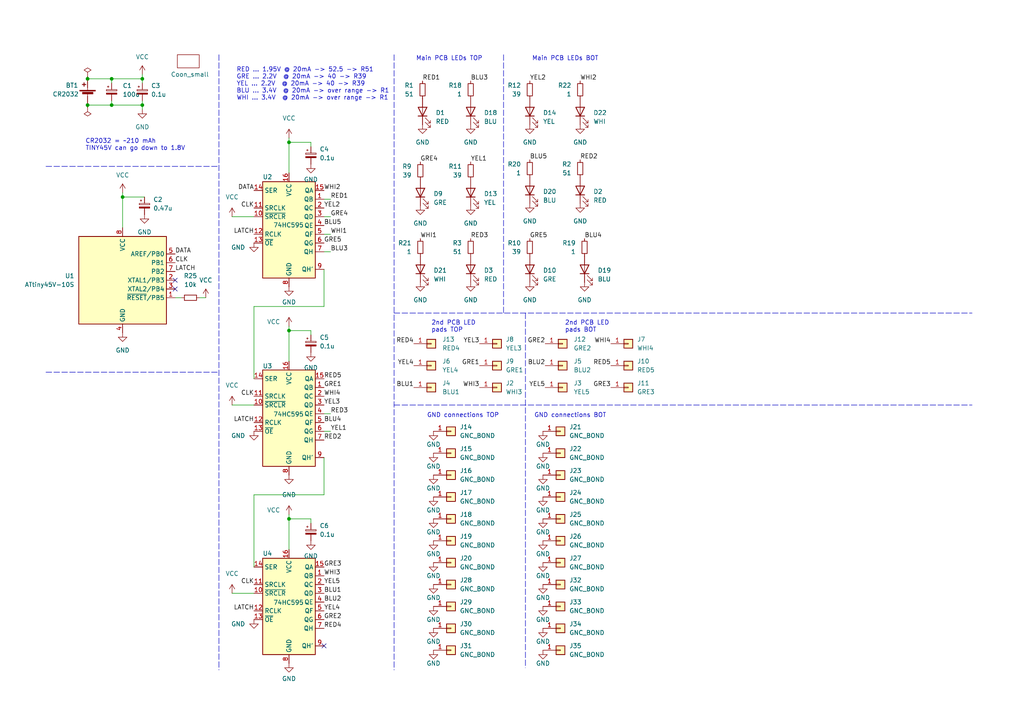
<source format=kicad_sch>
(kicad_sch (version 20211123) (generator eeschema)
  (paper "A4")
  (lib_symbols
    (symbol "74xx:74HC595"
      (property "Reference" "U" (at -7.62 13.97 0))
      (property "Value" "74HC595" (at -7.62 -16.51 0))
      (symbol "74HC595_1_0"
        (pin tri_state line (at 10.16 7.62 180) (length 2.54) (name "QB") (number "1"))
        (pin input line (at -10.16 2.54 0) (length 2.54) (name "~{SRCLR}") (number "10"))
        (pin input line (at -10.16 5.08 0) (length 2.54) (name "SRCLK") (number "11"))
        (pin input line (at -10.16 -2.54 0) (length 2.54) (name "RCLK") (number "12"))
        (pin input line (at -10.16 -5.08 0) (length 2.54) (name "~{OE}") (number "13"))
        (pin input line (at -10.16 10.16 0) (length 2.54) (name "SER") (number "14"))
        (pin tri_state line (at 10.16 10.16 180) (length 2.54) (name "QA") (number "15"))
        (pin power_in line (at 0 15.24 270) (length 2.54) (name "VCC") (number "16"))
        (pin tri_state line (at 10.16 5.08 180) (length 2.54) (name "QC") (number "2"))
        (pin tri_state line (at 10.16 2.54 180) (length 2.54) (name "QD") (number "3"))
        (pin tri_state line (at 10.16 0 180) (length 2.54) (name "QE") (number "4"))
        (pin tri_state line (at 10.16 -2.54 180) (length 2.54) (name "QF") (number "5"))
        (pin tri_state line (at 10.16 -5.08 180) (length 2.54) (name "QG") (number "6"))
        (pin tri_state line (at 10.16 -7.62 180) (length 2.54) (name "QH") (number "7"))
        (pin power_in line (at 0 -17.78 90) (length 2.54) (name "GND") (number "8"))
        (pin output line (at 10.16 -12.7 180) (length 2.54) (name "QH'") (number "9"))
      )
      (symbol "74HC595_1_1"
        (rectangle (start -7.62 12.7) (end 7.62 -15.24) (stroke (width 0.254)) (fill (type background)))
      )
    )
    (symbol "Connector_Generic:Conn_01x01" (pin_names (offset 1.016) hide)
      (property "Reference" "J" (at 0 2.54 0))
      (property "Value" "Conn_01x01" (at 0 -2.54 0))
      (symbol "Conn_01x01_1_1"
        (rectangle (start -1.27 0.127) (end 0 -0.127) (stroke (width 0.1524)))
        (rectangle (start -1.27 1.27) (end 1.27 -1.27) (stroke (width 0.254)) (fill (type background)))
        (pin passive line (at -5.08 0 0) (length 3.81) (name "Pin_1") (number "1"))
      )
    )
    (symbol "Device:Battery_Cell" (pin_numbers hide) (pin_names (offset 0) hide)
      (property "Reference" "BT" (at 2.54 2.54 0))
      (property "Value" "Battery_Cell" (at 2.54 0 0))
      (symbol "Battery_Cell_0_1"
        (rectangle (start -2.286 1.778) (end 2.286 1.524) (fill (type outline)))
        (rectangle (start -1.5748 1.1938) (end 1.4732 0.6858) (fill (type outline)))
        (polyline (pts (xy 0 0.762) (xy 0 0)))
        (polyline (pts (xy 0 1.778) (xy 0 2.54)))
        (polyline (pts (xy 0.508 3.429) (xy 1.524 3.429)) (stroke (width 0.254)))
        (polyline (pts (xy 1.016 3.937) (xy 1.016 2.921)) (stroke (width 0.254)))
      )
      (symbol "Battery_Cell_1_1"
        (pin passive line (at 0 5.08 270) (length 2.54) (name "+") (number "1"))
        (pin passive line (at 0 -2.54 90) (length 2.54) (name "-") (number "2"))
      )
    )
    (symbol "Device:C_Polarized_Small" (pin_numbers hide) (pin_names (offset 0.254) hide)
      (property "Reference" "C" (at 0.254 1.778 0))
      (property "Value" "C_Polarized_Small" (at 0.254 -2.032 0))
      (symbol "C_Polarized_Small_0_1"
        (rectangle (start -1.524 -0.3048) (end 1.524 -0.6858) (fill (type outline)))
        (rectangle (start -1.524 0.6858) (end 1.524 0.3048))
        (polyline (pts (xy -1.27 1.524) (xy -0.762 1.524)))
        (polyline (pts (xy -1.016 1.27) (xy -1.016 1.778)))
      )
      (symbol "C_Polarized_Small_1_1"
        (pin passive line (at 0 2.54 270) (length 1.8542) (name "~") (number "1"))
        (pin passive line (at 0 -2.54 90) (length 1.8542) (name "~") (number "2"))
      )
    )
    (symbol "Device:LED" (pin_numbers hide) (pin_names (offset 1.016) hide)
      (property "Reference" "D" (at 0 2.54 0))
      (property "Value" "LED" (at 0 -2.54 0))
      (symbol "LED_0_1"
        (polyline (pts (xy -1.27 -1.27) (xy -1.27 1.27)) (stroke (width 0.254)))
        (polyline (pts (xy -1.27 0) (xy 1.27 0)))
        (polyline (pts (xy 1.27 -1.27) (xy 1.27 1.27) (xy -1.27 0) (xy 1.27 -1.27)) (stroke (width 0.254)))
        (polyline (pts (xy -3.048 -0.762) (xy -4.572 -2.286) (xy -3.81 -2.286) (xy -4.572 -2.286) (xy -4.572 -1.524)))
        (polyline (pts (xy -1.778 -0.762) (xy -3.302 -2.286) (xy -2.54 -2.286) (xy -3.302 -2.286) (xy -3.302 -1.524)))
      )
      (symbol "LED_1_1"
        (pin passive line (at -3.81 0 0) (length 2.54) (name "K") (number "1"))
        (pin passive line (at 3.81 0 180) (length 2.54) (name "A") (number "2"))
      )
    )
    (symbol "Device:R_Small" (pin_numbers hide) (pin_names (offset 0.254) hide)
      (property "Reference" "R" (at 0.762 0.508 0))
      (property "Value" "R_Small" (at 0.762 -1.016 0))
      (symbol "R_Small_0_1"
        (rectangle (start -0.762 1.778) (end 0.762 -1.778) (stroke (width 0.2032)))
      )
      (symbol "R_Small_1_1"
        (pin passive line (at 0 2.54 270) (length 0.762) (name "~") (number "1"))
        (pin passive line (at 0 -2.54 90) (length 0.762) (name "~") (number "2"))
      )
    )
    (symbol "MCU_Microchip_ATtiny:ATtiny45V-10S"
      (property "Reference" "U" (at -12.7 13.97 0))
      (property "Value" "ATtiny45V-10S" (at 2.54 -13.97 0))
      (symbol "ATtiny45V-10S_0_1"
        (rectangle (start -12.7 -12.7) (end 12.7 12.7) (stroke (width 0.254)) (fill (type background)))
      )
      (symbol "ATtiny45V-10S_1_1"
        (pin bidirectional line (at 15.24 -5.08 180) (length 2.54) (name "~{RESET}/PB5") (number "1"))
        (pin bidirectional line (at 15.24 0 180) (length 2.54) (name "XTAL1/PB3") (number "2"))
        (pin bidirectional line (at 15.24 -2.54 180) (length 2.54) (name "XTAL2/PB4") (number "3"))
        (pin power_in line (at 0 -15.24 90) (length 2.54) (name "GND") (number "4"))
        (pin bidirectional line (at 15.24 7.62 180) (length 2.54) (name "AREF/PB0") (number "5"))
        (pin bidirectional line (at 15.24 5.08 180) (length 2.54) (name "PB1") (number "6"))
        (pin bidirectional line (at 15.24 2.54 180) (length 2.54) (name "PB2") (number "7"))
        (pin power_in line (at 0 15.24 270) (length 2.54) (name "VCC") (number "8"))
      )
    )
    (symbol "custom:Coon_small" (in_bom no)
      (property "Value" "Coon_small" (at 4.445 -2.54 0))
      (symbol "Coon_small_0_1"
        (rectangle (start 1.27 2.54) (end 7.62 -1.27) (stroke (width 0.1524)))
      )
    )
    (symbol "power:GND" (power) (pin_names (offset 0))
      (property "Value" "GND" (at 0 -3.81 0))
      (symbol "GND_0_1"
        (polyline (pts (xy 0 0) (xy 0 -1.27) (xy 1.27 -1.27) (xy 0 -2.54) (xy -1.27 -1.27) (xy 0 -1.27)))
      )
      (symbol "GND_1_1"
        (pin power_in line (at 0 0 270) (length 0) hide (name "GND") (number "1"))
      )
    )
    (symbol "power:PWR_FLAG" (power) (pin_numbers hide) (pin_names (offset 0) hide)
      (property "Value" "PWR_FLAG" (at 0 3.81 0))
      (symbol "PWR_FLAG_0_0"
        (pin power_out line (at 0 0 90) (length 0) (name "pwr") (number "1"))
      )
      (symbol "PWR_FLAG_0_1"
        (polyline (pts (xy 0 0) (xy 0 1.27) (xy -1.016 1.905) (xy 0 2.54) (xy 1.016 1.905) (xy 0 1.27)))
      )
    )
    (symbol "power:VCC" (power) (pin_names (offset 0))
      (property "Value" "VCC" (at 0 3.81 0))
      (symbol "VCC_0_1"
        (polyline (pts (xy -0.762 1.27) (xy 0 2.54)))
        (polyline (pts (xy 0 0) (xy 0 2.54)))
        (polyline (pts (xy 0 2.54) (xy 0.762 1.27)))
      )
      (symbol "VCC_1_1"
        (pin power_in line (at 0 0 90) (length 0) hide (name "VCC") (number "1"))
      )
    )
  )
  (junction (at 32.385 22.86))
  (junction (at 83.82 95.885))
  (junction (at 25.4 30.48))
  (junction (at 83.82 150.495))
  (junction (at 25.4 22.86))
  (junction (at 32.385 30.48))
  (junction (at 35.56 57.15))
  (junction (at 83.82 41.275))
  (junction (at 41.275 22.86))
  (junction (at 41.275 30.48))
  (no_connect (at 50.8 81.28))
  (no_connect (at 50.8 83.82))
  (no_connect (at 93.98 187.325))
  (wire (pts (xy 90.17 150.495) (xy 90.17 151.765)))
  (wire (pts (xy 90.17 95.885) (xy 90.17 97.155)))
  (wire (pts (xy 50.8 86.36) (xy 52.705 86.36)))
  (wire (pts (xy 83.82 94.615) (xy 83.82 95.885)))
  (wire (pts (xy 93.98 143.51) (xy 73.66 143.51)))
  (wire (pts (xy 93.98 78.105) (xy 93.98 88.9)))
  (wire (pts (xy 90.17 41.275) (xy 90.17 42.545)))
  (polyline (pts (xy 114.3 15.875) (xy 114.3 194.31)))
  (wire (pts (xy 95.885 120.015) (xy 93.98 120.015)))
  (wire (pts (xy 95.885 57.785) (xy 93.98 57.785)))
  (wire (pts (xy 83.82 95.885) (xy 90.17 95.885)))
  (wire (pts (xy 41.275 30.48) (xy 41.275 31.75)))
  (wire (pts (xy 35.56 57.15) (xy 41.91 57.15)))
  (wire (pts (xy 32.385 22.86) (xy 41.275 22.86)))
  (wire (pts (xy 57.785 86.36) (xy 59.69 86.36)))
  (wire (pts (xy 95.885 62.865) (xy 93.98 62.865)))
  (polyline (pts (xy 13.335 107.95) (xy 63.5 107.95)))
  (polyline (pts (xy 114.3 90.805) (xy 281.94 90.805)))
  (wire (pts (xy 25.4 31.115) (xy 25.4 30.48)))
  (wire (pts (xy 67.31 117.475) (xy 73.66 117.475)))
  (wire (pts (xy 35.56 66.04) (xy 35.56 57.15)))
  (wire (pts (xy 35.56 55.88) (xy 35.56 57.15)))
  (wire (pts (xy 93.98 88.9) (xy 73.66 88.9)))
  (wire (pts (xy 32.385 22.86) (xy 25.4 22.86)))
  (wire (pts (xy 41.275 22.86) (xy 41.275 24.13)))
  (wire (pts (xy 95.885 125.095) (xy 93.98 125.095)))
  (wire (pts (xy 41.275 21.59) (xy 41.275 22.86)))
  (wire (pts (xy 95.885 67.945) (xy 93.98 67.945)))
  (polyline (pts (xy 63.5 15.875) (xy 63.5 194.31)))
  (wire (pts (xy 83.82 41.275) (xy 90.17 41.275)))
  (wire (pts (xy 41.275 29.21) (xy 41.275 30.48)))
  (wire (pts (xy 83.82 104.775) (xy 83.82 95.885)))
  (wire (pts (xy 83.82 40.005) (xy 83.82 41.275)))
  (polyline (pts (xy 13.335 48.26) (xy 63.5 48.26)))
  (wire (pts (xy 32.385 29.21) (xy 32.385 30.48)))
  (wire (pts (xy 95.885 73.025) (xy 93.98 73.025)))
  (wire (pts (xy 32.385 30.48) (xy 41.275 30.48)))
  (wire (pts (xy 32.385 24.13) (xy 32.385 22.86)))
  (wire (pts (xy 83.82 149.225) (xy 83.82 150.495)))
  (wire (pts (xy 83.82 150.495) (xy 90.17 150.495)))
  (polyline (pts (xy 114.3 117.475) (xy 281.94 117.475)))
  (wire (pts (xy 83.82 159.385) (xy 83.82 150.495)))
  (wire (pts (xy 83.82 50.165) (xy 83.82 41.275)))
  (wire (pts (xy 93.98 132.715) (xy 93.98 143.51)))
  (wire (pts (xy 73.66 88.9) (xy 73.66 109.855)))
  (wire (pts (xy 73.66 143.51) (xy 73.66 164.465)))
  (wire (pts (xy 67.31 172.085) (xy 73.66 172.085)))
  (polyline (pts (xy 146.05 15.875) (xy 146.05 90.805)))
  (wire (pts (xy 25.4 22.225) (xy 25.4 22.86)))
  (polyline (pts (xy 152.4 90.805) (xy 152.4 193.675)))
  (wire (pts (xy 25.4 30.48) (xy 32.385 30.48)))
  (wire (pts (xy 67.31 62.865) (xy 73.66 62.865)))
  (text "Main PCB LEDs TOP" (at 120.65 17.78 0) (effects (font (size 1.27 1.27)) (justify left bottom)))
  (text "GND connections BOT" (at 154.94 121.285 0) (effects (font (size 1.27 1.27)) (justify left bottom)))
  (text "2nd PCB LED\npads BOT" (at 163.83 96.52 0) (effects (font (size 1.27 1.27)) (justify left bottom)))
  (text "GND connections TOP" (at 123.825 121.285 0) (effects (font (size 1.27 1.27)) (justify left bottom)))
  (text "RED ... 1.95V @ 20mA -> 52.5 -> R51\nGRE ... 2.2V  @ 20mA -> 40 -> R39\nYEL ... 2.2V  @ 20mA -> 40 -> R39\nBLU ... 3.4V  @ 20mA -> over range -> R1\nWHI ... 3.4V  @ 20mA -> over range -> R1" (at 68.58 29.21 0) (effects (font (size 1.27 1.27)) (justify left bottom)))
  (text "Main PCB LEDs BOT" (at 154.305 17.78 0) (effects (font (size 1.27 1.27)) (justify left bottom)))
  (text "2nd PCB LED\npads TOP" (at 125.095 96.52 0) (effects (font (size 1.27 1.27)) (justify left bottom)))
  (text "CR2032 = ~210 mAh\nTINY45V can go down to 1.8V" (at 24.765 43.815 0) (effects (font (size 1.27 1.27)) (justify left bottom)))
  (label "WHI2" (at 93.98 55.245 0))
  (label "YEL2" (at 153.67 23.495 0))
  (label "WHI3" (at 139.065 112.395 180))
  (label "CLK" (at 73.66 60.325 180))
  (label "GRE2" (at 158.115 99.695 180))
  (label "LATCH" (at 73.66 67.945 180))
  (label "GRE4" (at 121.92 46.99 0))
  (label "RED1" (at 95.885 57.785 0))
  (label "RED5" (at 93.98 109.855 0))
  (label "RED3" (at 136.525 69.215 0))
  (label "DATA" (at 50.8 73.66 0))
  (label "RED2" (at 168.275 46.355 0))
  (label "LATCH" (at 73.66 122.555 180))
  (label "WHI4" (at 177.165 99.695 180))
  (label "GRE5" (at 153.67 69.215 0))
  (label "RED2" (at 93.98 127.635 0))
  (label "GRE4" (at 95.885 62.865 0))
  (label "CLK" (at 50.8 76.2 0))
  (label "WHI2" (at 168.275 23.495 0))
  (label "RED4" (at 120.015 99.695 180))
  (label "YEL5" (at 93.98 169.545 0))
  (label "BLU4" (at 93.98 122.555 0))
  (label "BLU2" (at 93.98 174.625 0))
  (label "RED5" (at 177.165 106.045 180))
  (label "BLU2" (at 158.115 106.045 180))
  (label "YEL3" (at 93.98 117.475 0))
  (label "YEL4" (at 93.98 177.165 0))
  (label "WHI3" (at 93.98 167.005 0))
  (label "BLU5" (at 93.98 65.405 0))
  (label "YEL1" (at 95.885 125.095 0))
  (label "BLU3" (at 136.525 23.495 0))
  (label "YEL3" (at 139.065 99.695 180))
  (label "RED1" (at 122.555 23.495 0))
  (label "GRE5" (at 93.98 70.485 0))
  (label "CLK" (at 73.66 114.935 180))
  (label "WHI1" (at 121.92 69.215 0))
  (label "BLU3" (at 95.885 73.025 0))
  (label "GRE3" (at 177.165 112.395 180))
  (label "BLU1" (at 120.015 112.395 180))
  (label "GRE2" (at 93.98 179.705 0))
  (label "GRE3" (at 93.98 164.465 0))
  (label "YEL1" (at 136.525 46.99 0))
  (label "WHI1" (at 95.885 67.945 0))
  (label "GRE1" (at 139.065 106.045 180))
  (label "BLU4" (at 169.545 69.215 0))
  (label "YEL2" (at 93.98 60.325 0))
  (label "YEL5" (at 158.115 112.395 180))
  (label "GRE1" (at 93.98 112.395 0))
  (label "BLU1" (at 93.98 172.085 0))
  (label "DATA" (at 73.66 55.245 180))
  (label "YEL4" (at 120.015 106.045 180))
  (label "LATCH" (at 50.8 78.74 0))
  (label "CLK" (at 73.66 169.545 180))
  (label "RED4" (at 93.98 182.245 0))
  (label "BLU5" (at 153.67 46.355 0))
  (label "WHI4" (at 93.98 114.935 0))
  (label "RED3" (at 95.885 120.015 0))
  (label "LATCH" (at 73.66 177.165 180))
  (symbol (lib_id "power:GND") (at 136.525 81.915 0) (unit 1)
    (property "Reference" "#PWR017" (effects hide))
    (property "Value" "GND" (at 136.525 86.995 0))
  )
  (symbol (lib_id "Device:LED") (at 168.275 32.385 90) (unit 1)
    (property "Reference" "D22" (at 172.085 32.7024 90) (effects (justify right)))
    (property "Value" "WHI" (at 172.085 35.2424 90) (effects (justify right)))
    (property "Footprint" "LED_SMD:LED_0805_2012Metric" (effects hide))
  )
  (symbol (lib_id "Device:R_Small") (at 55.245 86.36 90) (unit 1)
    (property "Reference" "R25" (at 55.245 80.01 90))
    (property "Value" "10k" (at 55.245 82.55 90))
    (property "Footprint" "Resistor_SMD:R_1206_3216Metric" (effects hide))
  )
  (symbol (lib_id "Connector_Generic:Conn_01x01") (at 162.56 144.145 0) (unit 1)
    (property "Reference" "J24" (at 165.1 142.8749 0) (effects (justify left)))
    (property "Value" "GNC_BOND" (at 165.1 145.415 0) (effects (justify left)))
    (property "Footprint" "Connector_Wire:SolderWirePad_1x01_SMD_1x2mm" (effects hide))
  )
  (symbol (lib_id "Device:LED") (at 168.275 55.245 90) (unit 1)
    (property "Reference" "D2" (at 172.085 55.5624 90) (effects (justify right)))
    (property "Value" "RED" (at 172.085 58.1024 90) (effects (justify right)))
    (property "Footprint" "LED_SMD:LED_0805_2012Metric" (effects hide))
  )
  (symbol (lib_id "Device:C_Polarized_Small") (at 90.17 45.085 0) (unit 1)
    (property "Reference" "C4" (at 92.71 43.2688 0) (effects (justify left)))
    (property "Value" "0.1u" (at 92.71 45.8088 0) (effects (justify left)))
    (property "Footprint" "Capacitor_SMD:C_1206_3216Metric" (effects hide))
  )
  (symbol (lib_id "power:VCC") (at 83.82 149.225 0) (unit 1)
    (property "Reference" "#PWR010" (effects hide))
    (property "Value" "VCC" (at 81.28 147.9549 0) (effects (justify right)))
  )
  (symbol (lib_id "power:GND") (at 83.82 83.185 0) (unit 1)
    (property "Reference" "#PWR07" (effects hide))
    (property "Value" "GND" (at 83.82 87.63 0))
  )
  (symbol (lib_id "Connector_Generic:Conn_01x01") (at 144.145 112.395 0) (unit 1)
    (property "Reference" "J2" (at 146.685 111.1249 0) (effects (justify left)))
    (property "Value" "WHI3" (at 146.685 113.665 0) (effects (justify left)))
    (property "Footprint" "Connector_Wire:SolderWirePad_1x01_SMD_1x2mm" (effects hide))
  )
  (symbol (lib_id "Device:R_Small") (at 136.525 71.755 180) (unit 1)
    (property "Reference" "R3" (at 133.985 70.4849 0) (effects (justify left)))
    (property "Value" "51" (at 133.985 73.0249 0) (effects (justify left)))
    (property "Footprint" "Resistor_SMD:R_1206_3216Metric" (effects hide))
  )
  (symbol (lib_id "Device:LED") (at 153.67 55.245 90) (unit 1)
    (property "Reference" "D20" (at 157.48 55.5624 90) (effects (justify right)))
    (property "Value" "BLU" (at 157.48 58.1024 90) (effects (justify right)))
    (property "Footprint" "LED_SMD:LED_0805_2012Metric" (effects hide))
  )
  (symbol (lib_id "Connector_Generic:Conn_01x01") (at 182.245 112.395 0) (unit 1)
    (property "Reference" "J11" (at 184.785 111.1249 0) (effects (justify left)))
    (property "Value" "GRE3" (at 184.785 113.6649 0) (effects (justify left)))
    (property "Footprint" "Connector_Wire:SolderWirePad_1x01_SMD_1x2mm" (effects hide))
  )
  (symbol (lib_id "power:GND") (at 157.48 169.545 0) (unit 1)
    (property "Reference" "#PWR054" (effects hide))
    (property "Value" "GND" (at 157.48 173.355 0))
  )
  (symbol (lib_id "Connector_Generic:Conn_01x01") (at 162.56 137.795 0) (unit 1)
    (property "Reference" "J23" (at 165.1 136.5249 0) (effects (justify left)))
    (property "Value" "GNC_BOND" (at 165.1 139.065 0) (effects (justify left)))
    (property "Footprint" "Connector_Wire:SolderWirePad_1x01_SMD_1x2mm" (effects hide))
  )
  (symbol (lib_id "power:GND") (at 157.48 163.195 0) (unit 1)
    (property "Reference" "#PWR049" (effects hide))
    (property "Value" "GND" (at 157.48 167.005 0))
  )
  (symbol (lib_id "Connector_Generic:Conn_01x01") (at 163.195 112.395 0) (unit 1)
    (property "Reference" "J3" (at 166.37 111.1249 0) (effects (justify left)))
    (property "Value" "YEL5" (at 166.37 113.6649 0) (effects (justify left)))
    (property "Footprint" "Connector_Wire:SolderWirePad_1x01_SMD_1x2mm" (effects hide))
  )
  (symbol (lib_id "Device:R_Small") (at 153.67 48.895 180) (unit 1)
    (property "Reference" "R20" (at 151.13 47.6249 0) (effects (justify left)))
    (property "Value" "1" (at 151.13 50.1649 0) (effects (justify left)))
    (property "Footprint" "Resistor_SMD:R_1206_3216Metric" (effects hide))
  )
  (symbol (lib_id "Connector_Generic:Conn_01x01") (at 163.195 99.695 0) (unit 1)
    (property "Reference" "J12" (at 166.37 98.4249 0) (effects (justify left)))
    (property "Value" "GRE2" (at 166.37 100.9649 0) (effects (justify left)))
    (property "Footprint" "Connector_Wire:SolderWirePad_1x01_SMD_1x2mm" (effects hide))
  )
  (symbol (lib_id "Connector_Generic:Conn_01x01") (at 182.245 106.045 0) (unit 1)
    (property "Reference" "J10" (at 184.785 104.7749 0) (effects (justify left)))
    (property "Value" "RED5" (at 184.785 107.3149 0) (effects (justify left)))
    (property "Footprint" "Connector_Wire:SolderWirePad_1x01_SMD_1x2mm" (effects hide))
  )
  (symbol (lib_id "Connector_Generic:Conn_01x01") (at 130.81 182.245 0) (unit 1)
    (property "Reference" "J30" (at 133.35 180.9749 0) (effects (justify left)))
    (property "Value" "GNC_BOND" (at 133.35 183.515 0) (effects (justify left)))
    (property "Footprint" "Connector_Wire:SolderWirePad_1x01_SMD_1x2mm" (effects hide))
  )
  (symbol (lib_id "power:GND") (at 125.73 131.445 0) (unit 1)
    (property "Reference" "#PWR019" (effects hide))
    (property "Value" "GND" (at 125.73 135.255 0))
  )
  (symbol (lib_id "Connector_Generic:Conn_01x01") (at 162.56 163.195 0) (unit 1)
    (property "Reference" "J27" (at 165.1 161.9249 0) (effects (justify left)))
    (property "Value" "GNC_BOND" (at 165.1 164.465 0) (effects (justify left)))
    (property "Footprint" "Connector_Wire:SolderWirePad_1x01_SMD_1x2mm" (effects hide))
  )
  (symbol (lib_id "Connector_Generic:Conn_01x01") (at 162.56 169.545 0) (unit 1)
    (property "Reference" "J32" (at 165.1 168.2749 0) (effects (justify left)))
    (property "Value" "GNC_BOND" (at 165.1 170.815 0) (effects (justify left)))
    (property "Footprint" "Connector_Wire:SolderWirePad_1x01_SMD_1x2mm" (effects hide))
  )
  (symbol (lib_id "Device:C_Polarized_Small") (at 32.385 26.67 0) (unit 1)
    (property "Reference" "C1" (at 35.56 24.8538 0) (effects (justify left)))
    (property "Value" "100u" (at 35.56 27.3938 0) (effects (justify left)))
    (property "Footprint" "Capacitor_SMD:C_1210_3225Metric" (effects hide))
  )
  (symbol (lib_id "power:GND") (at 121.92 59.69 0) (unit 1)
    (property "Reference" "#PWR023" (effects hide))
    (property "Value" "GND" (at 121.92 64.77 0))
  )
  (symbol (lib_id "power:GND") (at 73.66 125.095 0) (unit 1)
    (property "Reference" "#PWR044" (effects hide))
    (property "Value" "GND" (at 71.12 126.3649 0) (effects (justify right)))
  )
  (symbol (lib_id "power:GND") (at 41.91 62.23 0) (unit 1)
    (property "Reference" "#PWR03" (effects hide))
    (property "Value" "GND" (at 41.91 67.31 0))
  )
  (symbol (lib_id "Device:Battery_Cell") (at 25.4 27.94 0) (mirror y) (unit 1)
    (property "Reference" "BT1" (at 19.05 24.765 0) (effects (justify right)))
    (property "Value" "CR2032" (at 15.24 27.305 0) (effects (justify right)))
    (property "Footprint" "custom:2032 battery narrow" (effects hide))
    (property "Datasheet" "https://www.lcsc.com/product-detail/Battery-Connectors_MYOUNG-MY-2032-16_C2902340.html" (effects hide))
    (property "Type" "MYOUNG MY-2032-16 " (effects hide))
    (property "LCSC" "C2902340" (effects hide))
  )
  (symbol (lib_id "Device:LED") (at 121.92 55.88 90) (unit 1)
    (property "Reference" "D9" (at 125.73 56.1974 90) (effects (justify right)))
    (property "Value" "GRE" (at 125.73 58.7374 90) (effects (justify right)))
    (property "Footprint" "LED_SMD:LED_0805_2012Metric" (effects hide))
  )
  (symbol (lib_id "power:GND") (at 157.48 175.895 0) (unit 1)
    (property "Reference" "#PWR055" (effects hide))
    (property "Value" "GND" (at 157.48 179.705 0))
  )
  (symbol (lib_id "power:GND") (at 153.67 36.195 0) (unit 1)
    (property "Reference" "#PWR026" (effects hide))
    (property "Value" "GND" (at 153.67 41.275 0))
  )
  (symbol (lib_id "Device:LED") (at 136.525 55.88 90) (unit 1)
    (property "Reference" "D13" (at 140.335 56.1974 90) (effects (justify right)))
    (property "Value" "YEL" (at 140.335 58.7374 90) (effects (justify right)))
    (property "Footprint" "LED_SMD:LED_0805_2012Metric" (effects hide))
  )
  (symbol (lib_id "power:GND") (at 136.525 36.195 0) (unit 1)
    (property "Reference" "#PWR032" (effects hide))
    (property "Value" "GND" (at 136.525 41.275 0))
  )
  (symbol (lib_id "power:VCC") (at 41.275 21.59 0) (unit 1)
    (property "Reference" "#PWR04" (effects hide))
    (property "Value" "VCC" (at 41.275 16.51 0))
  )
  (symbol (lib_id "power:GND") (at 157.48 150.495 0) (unit 1)
    (property "Reference" "#PWR038" (effects hide))
    (property "Value" "GND" (at 157.48 154.305 0))
  )
  (symbol (lib_id "Connector_Generic:Conn_01x01") (at 144.145 99.695 0) (unit 1)
    (property "Reference" "J8" (at 146.685 98.4249 0) (effects (justify left)))
    (property "Value" "YEL3" (at 146.685 100.9649 0) (effects (justify left)))
    (property "Footprint" "Connector_Wire:SolderWirePad_1x01_SMD_1x2mm" (effects hide))
  )
  (symbol (lib_id "Device:C_Polarized_Small") (at 90.17 154.305 0) (unit 1)
    (property "Reference" "C6" (at 92.71 152.4888 0) (effects (justify left)))
    (property "Value" "0.1u" (at 92.71 155.0288 0) (effects (justify left)))
    (property "Footprint" "Capacitor_SMD:C_1206_3216Metric" (effects hide))
  )
  (symbol (lib_id "Device:R_Small") (at 121.92 49.53 180) (unit 1)
    (property "Reference" "R9" (at 119.38 48.2599 0) (effects (justify left)))
    (property "Value" "39" (at 119.38 50.7999 0) (effects (justify left)))
    (property "Footprint" "Resistor_SMD:R_1206_3216Metric" (effects hide))
  )
  (symbol (lib_id "power:GND") (at 169.545 81.915 0) (unit 1)
    (property "Reference" "#PWR033" (effects hide))
    (property "Value" "GND" (at 169.545 86.995 0))
  )
  (symbol (lib_id "Device:R_Small") (at 168.275 48.895 180) (unit 1)
    (property "Reference" "R2" (at 165.735 47.6249 0) (effects (justify left)))
    (property "Value" "51" (at 165.735 50.1649 0) (effects (justify left)))
    (property "Footprint" "Resistor_SMD:R_1206_3216Metric" (effects hide))
  )
  (symbol (lib_id "Device:R_Small") (at 153.67 26.035 180) (unit 1)
    (property "Reference" "R12" (at 151.13 24.7649 0) (effects (justify left)))
    (property "Value" "39" (at 151.13 27.3049 0) (effects (justify left)))
    (property "Footprint" "Resistor_SMD:R_1206_3216Metric" (effects hide))
  )
  (symbol (lib_id "Connector_Generic:Conn_01x01") (at 125.095 112.395 0) (unit 1)
    (property "Reference" "J4" (at 128.27 111.1249 0) (effects (justify left)))
    (property "Value" "BLU1" (at 128.27 113.6649 0) (effects (justify left)))
    (property "Footprint" "Connector_Wire:SolderWirePad_1x01_SMD_1x2mm" (effects hide))
  )
  (symbol (lib_id "Connector_Generic:Conn_01x01") (at 130.81 125.095 0) (unit 1)
    (property "Reference" "J14" (at 133.35 123.8249 0) (effects (justify left)))
    (property "Value" "GNC_BOND" (at 133.35 126.365 0) (effects (justify left)))
    (property "Footprint" "Connector_Wire:SolderWirePad_1x01_SMD_1x2mm" (effects hide))
  )
  (symbol (lib_id "Connector_Generic:Conn_01x01") (at 130.81 156.845 0) (unit 1)
    (property "Reference" "J19" (at 133.35 155.5749 0) (effects (justify left)))
    (property "Value" "GNC_BOND" (at 133.35 158.115 0) (effects (justify left)))
    (property "Footprint" "Connector_Wire:SolderWirePad_1x01_SMD_1x2mm" (effects hide))
  )
  (symbol (lib_id "Device:LED") (at 169.545 78.105 90) (unit 1)
    (property "Reference" "D19" (at 173.355 78.4224 90) (effects (justify right)))
    (property "Value" "BLU" (at 173.355 80.9624 90) (effects (justify right)))
    (property "Footprint" "LED_SMD:LED_0805_2012Metric" (effects hide))
  )
  (symbol (lib_id "Device:LED") (at 121.92 78.105 90) (unit 1)
    (property "Reference" "D21" (at 125.73 78.4224 90) (effects (justify right)))
    (property "Value" "WHI" (at 125.73 80.9624 90) (effects (justify right)))
    (property "Footprint" "LED_SMD:LED_0805_2012Metric" (effects hide))
  )
  (symbol (lib_id "Device:C_Polarized_Small") (at 90.17 99.695 0) (unit 1)
    (property "Reference" "C5" (at 92.71 97.8788 0) (effects (justify left)))
    (property "Value" "0.1u" (at 92.71 100.4188 0) (effects (justify left)))
    (property "Footprint" "Capacitor_SMD:C_1206_3216Metric" (effects hide))
  )
  (symbol (lib_id "power:GND") (at 73.66 70.485 0) (unit 1)
    (property "Reference" "#PWR043" (effects hide))
    (property "Value" "GND" (at 71.12 71.7549 0) (effects (justify right)))
  )
  (symbol (lib_id "custom:Coon_small") (at 50.165 18.415 0) (unit 1) (in_bom no)
    (property "Reference" "S1" (effects hide))
    (property "Value" "Coon_small" (at 49.53 21.59 0) (effects (justify left)))
    (property "Footprint" "custom:_Racoon_small" (effects hide))
  )
  (symbol (lib_id "power:VCC") (at 83.82 94.615 0) (unit 1)
    (property "Reference" "#PWR08" (effects hide))
    (property "Value" "VCC" (at 81.28 93.3449 0) (effects (justify right)))
  )
  (symbol (lib_id "power:VCC") (at 59.69 86.36 0) (unit 1)
    (property "Reference" "#PWR041" (effects hide))
    (property "Value" "VCC" (at 59.69 81.28 0))
  )
  (symbol (lib_id "Connector_Generic:Conn_01x01") (at 130.81 144.145 0) (unit 1)
    (property "Reference" "J17" (at 133.35 142.8749 0) (effects (justify left)))
    (property "Value" "GNC_BOND" (at 133.35 145.415 0) (effects (justify left)))
    (property "Footprint" "Connector_Wire:SolderWirePad_1x01_SMD_1x2mm" (effects hide))
  )
  (symbol (lib_id "Connector_Generic:Conn_01x01") (at 162.56 188.595 0) (unit 1)
    (property "Reference" "J35" (at 165.1 187.3249 0) (effects (justify left)))
    (property "Value" "GNC_BOND" (at 165.1 189.865 0) (effects (justify left)))
    (property "Footprint" "Connector_Wire:SolderWirePad_1x01_SMD_1x2mm" (effects hide))
  )
  (symbol (lib_id "power:GND") (at 125.73 163.195 0) (unit 1)
    (property "Reference" "#PWR028" (effects hide))
    (property "Value" "GND" (at 125.73 167.005 0))
  )
  (symbol (lib_id "Device:R_Small") (at 136.525 49.53 180) (unit 1)
    (property "Reference" "R11" (at 133.985 48.2599 0) (effects (justify left)))
    (property "Value" "39" (at 133.985 50.7999 0) (effects (justify left)))
    (property "Footprint" "Resistor_SMD:R_1206_3216Metric" (effects hide))
  )
  (symbol (lib_id "Device:LED") (at 136.525 32.385 90) (unit 1)
    (property "Reference" "D18" (at 140.335 32.7024 90) (effects (justify right)))
    (property "Value" "BLU" (at 140.335 35.2424 90) (effects (justify right)))
    (property "Footprint" "LED_SMD:LED_0805_2012Metric" (effects hide))
  )
  (symbol (lib_id "power:GND") (at 157.48 125.095 0) (unit 1)
    (property "Reference" "#PWR029" (effects hide))
    (property "Value" "GND" (at 157.48 128.905 0))
  )
  (symbol (lib_id "Connector_Generic:Conn_01x01") (at 130.81 137.795 0) (unit 1)
    (property "Reference" "J16" (at 133.35 136.5249 0) (effects (justify left)))
    (property "Value" "GNC_BOND" (at 133.35 139.065 0) (effects (justify left)))
    (property "Footprint" "Connector_Wire:SolderWirePad_1x01_SMD_1x2mm" (effects hide))
  )
  (symbol (lib_id "power:GND") (at 157.48 182.245 0) (unit 1)
    (property "Reference" "#PWR056" (effects hide))
    (property "Value" "GND" (at 157.48 186.055 0))
  )
  (symbol (lib_id "Connector_Generic:Conn_01x01") (at 130.81 188.595 0) (unit 1)
    (property "Reference" "J31" (at 133.35 187.3249 0) (effects (justify left)))
    (property "Value" "GNC_BOND" (at 133.35 189.865 0) (effects (justify left)))
    (property "Footprint" "Connector_Wire:SolderWirePad_1x01_SMD_1x2mm" (effects hide))
  )
  (symbol (lib_id "Device:R_Small") (at 169.545 71.755 180) (unit 1)
    (property "Reference" "R19" (at 167.005 70.4849 0) (effects (justify left)))
    (property "Value" "1" (at 167.005 73.0249 0) (effects (justify left)))
    (property "Footprint" "Resistor_SMD:R_1206_3216Metric" (effects hide))
  )
  (symbol (lib_id "power:GND") (at 35.56 96.52 0) (unit 1)
    (property "Reference" "#PWR02" (effects hide))
    (property "Value" "GND" (at 35.56 101.6 0))
  )
  (symbol (lib_id "Connector_Generic:Conn_01x01") (at 130.81 175.895 0) (unit 1)
    (property "Reference" "J29" (at 133.35 174.6249 0) (effects (justify left)))
    (property "Value" "GNC_BOND" (at 133.35 177.165 0) (effects (justify left)))
    (property "Footprint" "Connector_Wire:SolderWirePad_1x01_SMD_1x2mm" (effects hide))
  )
  (symbol (lib_id "power:GND") (at 122.555 36.195 0) (unit 1)
    (property "Reference" "#PWR015" (effects hide))
    (property "Value" "GND" (at 122.555 41.275 0))
  )
  (symbol (lib_id "power:GND") (at 157.48 156.845 0) (unit 1)
    (property "Reference" "#PWR048" (effects hide))
    (property "Value" "GND" (at 157.48 160.655 0))
  )
  (symbol (lib_id "Connector_Generic:Conn_01x01") (at 182.245 99.695 0) (unit 1)
    (property "Reference" "J7" (at 184.785 98.425 0) (effects (justify left)))
    (property "Value" "WHI4" (at 184.785 100.965 0) (effects (justify left)))
    (property "Footprint" "Connector_Wire:SolderWirePad_1x01_SMD_1x2mm" (effects hide))
  )
  (symbol (lib_id "Device:LED") (at 122.555 32.385 90) (unit 1)
    (property "Reference" "D1" (at 126.365 32.7024 90) (effects (justify right)))
    (property "Value" "RED" (at 126.365 35.2424 90) (effects (justify right)))
    (property "Footprint" "LED_SMD:LED_0805_2012Metric" (effects hide))
  )
  (symbol (lib_id "Device:C_Polarized_Small") (at 41.275 26.67 0) (unit 1)
    (property "Reference" "C3" (at 43.815 24.8538 0) (effects (justify left)))
    (property "Value" "0.1u" (at 43.815 27.3938 0) (effects (justify left)))
    (property "Footprint" "Capacitor_SMD:C_1206_3216Metric" (effects hide))
  )
  (symbol (lib_id "power:GND") (at 125.73 137.795 0) (unit 1)
    (property "Reference" "#PWR020" (effects hide))
    (property "Value" "GND" (at 125.73 141.605 0))
  )
  (symbol (lib_id "74xx:74HC595") (at 83.82 120.015 0) (unit 1)
    (property "Reference" "U3" (at 76.2 106.172 0) (effects (justify left)))
    (property "Value" "74HC595" (at 79.248 120.142 0) (effects (justify left)))
    (property "Footprint" "Package_SO:TSSOP-16_4.4x5mm_P0.65mm" (effects hide))
    (property "Datasheet" "http://www.ti.com/lit/ds/symlink/sn74hc595.pdf" (effects hide))
  )
  (symbol (lib_id "power:GND") (at 125.73 175.895 0) (unit 1)
    (property "Reference" "#PWR051" (effects hide))
    (property "Value" "GND" (at 125.73 179.705 0))
  )
  (symbol (lib_id "Device:R_Small") (at 136.525 26.035 180) (unit 1)
    (property "Reference" "R18" (at 133.985 24.7649 0) (effects (justify left)))
    (property "Value" "1" (at 133.985 27.3049 0) (effects (justify left)))
    (property "Footprint" "Resistor_SMD:R_1206_3216Metric" (effects hide))
  )
  (symbol (lib_id "power:VCC") (at 35.56 55.88 0) (unit 1)
    (property "Reference" "#PWR01" (effects hide))
    (property "Value" "VCC" (at 35.56 50.8 0))
  )
  (symbol (lib_id "Connector_Generic:Conn_01x01") (at 130.81 131.445 0) (unit 1)
    (property "Reference" "J15" (at 133.35 130.1749 0) (effects (justify left)))
    (property "Value" "GNC_BOND" (at 133.35 132.715 0) (effects (justify left)))
    (property "Footprint" "Connector_Wire:SolderWirePad_1x01_SMD_1x2mm" (effects hide))
  )
  (symbol (lib_id "Connector_Generic:Conn_01x01") (at 162.56 125.095 0) (unit 1)
    (property "Reference" "J21" (at 165.1 123.8249 0) (effects (justify left)))
    (property "Value" "GNC_BOND" (at 165.1 126.365 0) (effects (justify left)))
    (property "Footprint" "Connector_Wire:SolderWirePad_1x01_SMD_1x2mm" (effects hide))
  )
  (symbol (lib_id "power:GND") (at 157.48 131.445 0) (unit 1)
    (property "Reference" "#PWR030" (effects hide))
    (property "Value" "GND" (at 157.48 135.255 0))
  )
  (symbol (lib_id "Device:LED") (at 153.67 32.385 90) (unit 1)
    (property "Reference" "D14" (at 157.48 32.7024 90) (effects (justify right)))
    (property "Value" "YEL" (at 157.48 35.2424 90) (effects (justify right)))
    (property "Footprint" "LED_SMD:LED_0805_2012Metric" (effects hide))
  )
  (symbol (lib_id "Device:R_Small") (at 121.92 71.755 180) (unit 1)
    (property "Reference" "R21" (at 119.38 70.4849 0) (effects (justify left)))
    (property "Value" "1" (at 119.38 73.0249 0) (effects (justify left)))
    (property "Footprint" "Resistor_SMD:R_1206_3216Metric" (effects hide))
  )
  (symbol (lib_id "Device:R_Small") (at 122.555 26.035 180) (unit 1)
    (property "Reference" "R1" (at 120.015 24.7649 0) (effects (justify left)))
    (property "Value" "51" (at 120.015 27.3049 0) (effects (justify left)))
    (property "Footprint" "Resistor_SMD:R_1206_3216Metric" (effects hide))
  )
  (symbol (lib_id "power:GND") (at 90.17 102.235 0) (unit 1)
    (property "Reference" "#PWR013" (effects hide))
    (property "Value" "GND" (at 90.17 106.68 0))
  )
  (symbol (lib_id "Connector_Generic:Conn_01x01") (at 162.56 131.445 0) (unit 1)
    (property "Reference" "J22" (at 165.1 130.1749 0) (effects (justify left)))
    (property "Value" "GNC_BOND" (at 165.1 132.715 0) (effects (justify left)))
    (property "Footprint" "Connector_Wire:SolderWirePad_1x01_SMD_1x2mm" (effects hide))
  )
  (symbol (lib_id "power:GND") (at 125.73 182.245 0) (unit 1)
    (property "Reference" "#PWR052" (effects hide))
    (property "Value" "GND" (at 125.73 186.055 0))
  )
  (symbol (lib_id "power:GND") (at 153.67 81.915 0) (unit 1)
    (property "Reference" "#PWR024" (effects hide))
    (property "Value" "GND" (at 153.67 86.995 0))
  )
  (symbol (lib_id "Connector_Generic:Conn_01x01") (at 130.81 163.195 0) (unit 1)
    (property "Reference" "J20" (at 133.35 161.9249 0) (effects (justify left)))
    (property "Value" "GNC_BOND" (at 133.35 164.465 0) (effects (justify left)))
    (property "Footprint" "Connector_Wire:SolderWirePad_1x01_SMD_1x2mm" (effects hide))
  )
  (symbol (lib_id "Connector_Generic:Conn_01x01") (at 144.145 106.045 0) (unit 1)
    (property "Reference" "J9" (at 146.685 104.7749 0) (effects (justify left)))
    (property "Value" "GRE1" (at 146.685 107.3149 0) (effects (justify left)))
    (property "Footprint" "Connector_Wire:SolderWirePad_1x01_SMD_1x2mm" (effects hide))
  )
  (symbol (lib_id "power:VCC") (at 67.31 117.475 0) (unit 1)
    (property "Reference" "#PWR046" (effects hide))
    (property "Value" "VCC" (at 67.31 111.76 0))
  )
  (symbol (lib_id "power:GND") (at 157.48 137.795 0) (unit 1)
    (property "Reference" "#PWR031" (effects hide))
    (property "Value" "GND" (at 157.48 141.605 0))
  )
  (symbol (lib_id "power:GND") (at 136.525 59.69 0) (unit 1)
    (property "Reference" "#PWR025" (effects hide))
    (property "Value" "GND" (at 136.525 64.77 0))
  )
  (symbol (lib_id "74xx:74HC595") (at 83.82 174.625 0) (unit 1)
    (property "Reference" "U4" (at 76.2 160.528 0) (effects (justify left)))
    (property "Value" "74HC595" (at 79.248 174.752 0) (effects (justify left)))
    (property "Footprint" "Package_SO:TSSOP-16_4.4x5mm_P0.65mm" (effects hide))
    (property "Datasheet" "http://www.ti.com/lit/ds/symlink/sn74hc595.pdf" (effects hide))
  )
  (symbol (lib_id "power:VCC") (at 67.31 62.865 0) (unit 1)
    (property "Reference" "#PWR042" (effects hide))
    (property "Value" "VCC" (at 67.31 57.15 0))
  )
  (symbol (lib_id "Connector_Generic:Conn_01x01") (at 130.81 150.495 0) (unit 1)
    (property "Reference" "J18" (at 133.35 149.2249 0) (effects (justify left)))
    (property "Value" "GNC_BOND" (at 133.35 151.765 0) (effects (justify left)))
    (property "Footprint" "Connector_Wire:SolderWirePad_1x01_SMD_1x2mm" (effects hide))
  )
  (symbol (lib_id "Connector_Generic:Conn_01x01") (at 130.81 169.545 0) (unit 1)
    (property "Reference" "J28" (at 133.35 168.2749 0) (effects (justify left)))
    (property "Value" "GNC_BOND" (at 133.35 170.815 0) (effects (justify left)))
    (property "Footprint" "Connector_Wire:SolderWirePad_1x01_SMD_1x2mm" (effects hide))
  )
  (symbol (lib_id "power:GND") (at 153.67 59.055 0) (unit 1)
    (property "Reference" "#PWR034" (effects hide))
    (property "Value" "GND" (at 153.67 64.135 0))
  )
  (symbol (lib_id "Device:C_Polarized_Small") (at 41.91 59.69 0) (unit 1)
    (property "Reference" "C2" (at 44.45 57.8738 0) (effects (justify left)))
    (property "Value" "0.47u" (at 44.45 60.4138 0) (effects (justify left)))
    (property "Footprint" "Capacitor_SMD:C_1206_3216Metric" (effects hide))
  )
  (symbol (lib_id "power:GND") (at 125.73 169.545 0) (unit 1)
    (property "Reference" "#PWR050" (effects hide))
    (property "Value" "GND" (at 125.73 173.355 0))
  )
  (symbol (lib_id "Connector_Generic:Conn_01x01") (at 162.56 182.245 0) (unit 1)
    (property "Reference" "J34" (at 165.1 180.9749 0) (effects (justify left)))
    (property "Value" "GNC_BOND" (at 165.1 183.515 0) (effects (justify left)))
    (property "Footprint" "Connector_Wire:SolderWirePad_1x01_SMD_1x2mm" (effects hide))
  )
  (symbol (lib_id "Device:LED") (at 153.67 78.105 90) (unit 1)
    (property "Reference" "D10" (at 157.48 78.4224 90) (effects (justify right)))
    (property "Value" "GRE" (at 157.48 80.9624 90) (effects (justify right)))
    (property "Footprint" "LED_SMD:LED_0805_2012Metric" (effects hide))
  )
  (symbol (lib_id "power:GND") (at 157.48 144.145 0) (unit 1)
    (property "Reference" "#PWR037" (effects hide))
    (property "Value" "GND" (at 157.48 147.955 0))
  )
  (symbol (lib_id "power:GND") (at 168.275 36.195 0) (unit 1)
    (property "Reference" "#PWR036" (effects hide))
    (property "Value" "GND" (at 168.275 41.275 0))
  )
  (symbol (lib_id "power:GND") (at 121.92 81.915 0) (unit 1)
    (property "Reference" "#PWR035" (effects hide))
    (property "Value" "GND" (at 121.92 86.995 0))
  )
  (symbol (lib_id "power:PWR_FLAG") (at 25.4 22.225 0) (unit 1)
    (property "Reference" "#FLG01" (effects hide))
    (property "Value" "PWR_FLAG" (effects hide))
  )
  (symbol (lib_id "power:GND") (at 125.73 125.095 0) (unit 1)
    (property "Reference" "#PWR018" (effects hide))
    (property "Value" "GND" (at 125.73 128.905 0))
  )
  (symbol (lib_id "power:VCC") (at 67.31 172.085 0) (unit 1)
    (property "Reference" "#PWR047" (effects hide))
    (property "Value" "VCC" (at 67.31 166.37 0))
  )
  (symbol (lib_id "power:GND") (at 41.275 31.75 0) (unit 1)
    (property "Reference" "#PWR05" (effects hide))
    (property "Value" "GND" (at 41.275 36.83 0))
  )
  (symbol (lib_id "Device:LED") (at 136.525 78.105 90) (unit 1)
    (property "Reference" "D3" (at 140.335 78.4224 90) (effects (justify right)))
    (property "Value" "RED" (at 140.335 80.9624 90) (effects (justify right)))
    (property "Footprint" "LED_SMD:LED_0805_2012Metric" (effects hide))
  )
  (symbol (lib_id "power:GND") (at 83.82 137.795 0) (unit 1)
    (property "Reference" "#PWR09" (effects hide))
    (property "Value" "GND" (at 83.82 143.51 0))
  )
  (symbol (lib_id "Connector_Generic:Conn_01x01") (at 125.095 106.045 0) (unit 1)
    (property "Reference" "J6" (at 128.27 104.7749 0) (effects (justify left)))
    (property "Value" "YEL4" (at 128.27 107.3149 0) (effects (justify left)))
    (property "Footprint" "Connector_Wire:SolderWirePad_1x01_SMD_1x2mm" (effects hide))
  )
  (symbol (lib_id "power:PWR_FLAG") (at 25.4 31.115 180) (unit 1)
    (property "Reference" "#FLG02" (effects hide))
    (property "Value" "PWR_FLAG" (effects hide))
  )
  (symbol (lib_id "power:VCC") (at 83.82 40.005 0) (unit 1)
    (property "Reference" "#PWR06" (effects hide))
    (property "Value" "VCC" (at 83.82 34.29 0))
  )
  (symbol (lib_id "power:GND") (at 90.17 156.845 0) (unit 1)
    (property "Reference" "#PWR014" (effects hide))
    (property "Value" "GND" (at 90.17 161.29 0))
  )
  (symbol (lib_id "power:GND") (at 125.73 150.495 0) (unit 1)
    (property "Reference" "#PWR022" (effects hide))
    (property "Value" "GND" (at 125.73 154.305 0))
  )
  (symbol (lib_id "power:GND") (at 157.48 188.595 0) (unit 1)
    (property "Reference" "#PWR057" (effects hide))
    (property "Value" "GND" (at 157.48 192.405 0))
  )
  (symbol (lib_id "Connector_Generic:Conn_01x01") (at 163.195 106.045 0) (unit 1)
    (property "Reference" "J5" (at 166.37 104.775 0) (effects (justify left)))
    (property "Value" "BLU2" (at 166.37 107.315 0) (effects (justify left)))
    (property "Footprint" "Connector_Wire:SolderWirePad_1x01_SMD_1x2mm" (effects hide))
  )
  (symbol (lib_id "Connector_Generic:Conn_01x01") (at 162.56 150.495 0) (unit 1)
    (property "Reference" "J25" (at 165.1 149.2249 0) (effects (justify left)))
    (property "Value" "GNC_BOND" (at 165.1 151.765 0) (effects (justify left)))
    (property "Footprint" "Connector_Wire:SolderWirePad_1x01_SMD_1x2mm" (effects hide))
  )
  (symbol (lib_id "power:GND") (at 90.17 47.625 0) (unit 1)
    (property "Reference" "#PWR012" (effects hide))
    (property "Value" "GND" (at 90.17 52.07 0))
  )
  (symbol (lib_id "power:GND") (at 125.73 144.145 0) (unit 1)
    (property "Reference" "#PWR021" (effects hide))
    (property "Value" "GND" (at 125.73 147.955 0))
  )
  (symbol (lib_id "Connector_Generic:Conn_01x01") (at 162.56 175.895 0) (unit 1)
    (property "Reference" "J33" (at 165.1 174.6249 0) (effects (justify left)))
    (property "Value" "GNC_BOND" (at 165.1 177.165 0) (effects (justify left)))
    (property "Footprint" "Connector_Wire:SolderWirePad_1x01_SMD_1x2mm" (effects hide))
  )
  (symbol (lib_id "power:GND") (at 168.275 59.055 0) (unit 1)
    (property "Reference" "#PWR016" (effects hide))
    (property "Value" "GND" (at 168.275 64.135 0))
  )
  (symbol (lib_id "power:GND") (at 125.73 156.845 0) (unit 1)
    (property "Reference" "#PWR027" (effects hide))
    (property "Value" "GND" (at 125.73 160.655 0))
  )
  (symbol (lib_id "Connector_Generic:Conn_01x01") (at 162.56 156.845 0) (unit 1)
    (property "Reference" "J26" (at 165.1 155.5749 0) (effects (justify left)))
    (property "Value" "GNC_BOND" (at 165.1 158.115 0) (effects (justify left)))
    (property "Footprint" "Connector_Wire:SolderWirePad_1x01_SMD_1x2mm" (effects hide))
  )
  (symbol (lib_id "MCU_Microchip_ATtiny:ATtiny45V-10S") (at 35.56 81.28 0) (unit 1)
    (property "Reference" "U1" (at 21.59 80.0099 0) (effects (justify right)))
    (property "Value" "ATtiny45V-10S" (at 21.59 82.5499 0) (effects (justify right)))
    (property "Footprint" "Package_DIP:DIP-8_W7.62mm_Socket_LongPads" (effects hide))
    (property "Datasheet" "http://ww1.microchip.com/downloads/en/DeviceDoc/atmel-2586-avr-8-bit-microcontroller-attiny25-attiny45-attiny85_datasheet.pdf" (effects hide))
  )
  (symbol (lib_id "Device:R_Small") (at 168.275 26.035 180) (unit 1)
    (property "Reference" "R22" (at 165.735 24.7649 0) (effects (justify left)))
    (property "Value" "1" (at 165.735 27.3049 0) (effects (justify left)))
    (property "Footprint" "Resistor_SMD:R_1206_3216Metric" (effects hide))
  )
  (symbol (lib_id "power:GND") (at 83.82 192.405 0) (unit 1)
    (property "Reference" "#PWR011" (effects hide))
    (property "Value" "GND" (at 83.82 196.85 0))
  )
  (symbol (lib_id "Connector_Generic:Conn_01x01") (at 125.095 99.695 0) (unit 1)
    (property "Reference" "J13" (at 128.27 98.4249 0) (effects (justify left)))
    (property "Value" "RED4" (at 128.27 100.9649 0) (effects (justify left)))
    (property "Footprint" "Connector_Wire:SolderWirePad_1x01_SMD_1x2mm" (effects hide))
  )
  (symbol (lib_id "power:GND") (at 125.73 188.595 0) (unit 1)
    (property "Reference" "#PWR053" (effects hide))
    (property "Value" "GND" (at 125.73 192.405 0))
  )
  (symbol (lib_id "power:GND") (at 73.66 179.705 0) (unit 1)
    (property "Reference" "#PWR045" (effects hide))
    (property "Value" "GND" (at 71.12 180.9749 0) (effects (justify right)))
  )
  (symbol (lib_id "Device:R_Small") (at 153.67 71.755 180) (unit 1)
    (property "Reference" "R10" (at 151.13 70.4849 0) (effects (justify left)))
    (property "Value" "39" (at 151.13 73.0249 0) (effects (justify left)))
    (property "Footprint" "Resistor_SMD:R_1206_3216Metric" (effects hide))
  )
  (symbol (lib_id "74xx:74HC595") (at 83.82 65.405 0) (unit 1)
    (property "Reference" "U2" (at 76.2 51.308 0) (effects (justify left)))
    (property "Value" "74HC595" (at 79.248 65.278 0) (effects (justify left)))
    (property "Footprint" "Package_SO:TSSOP-16_4.4x5mm_P0.65mm" (effects hide))
    (property "Datasheet" "http://www.ti.com/lit/ds/symlink/sn74hc595.pdf" (effects hide))
  )
)
</source>
